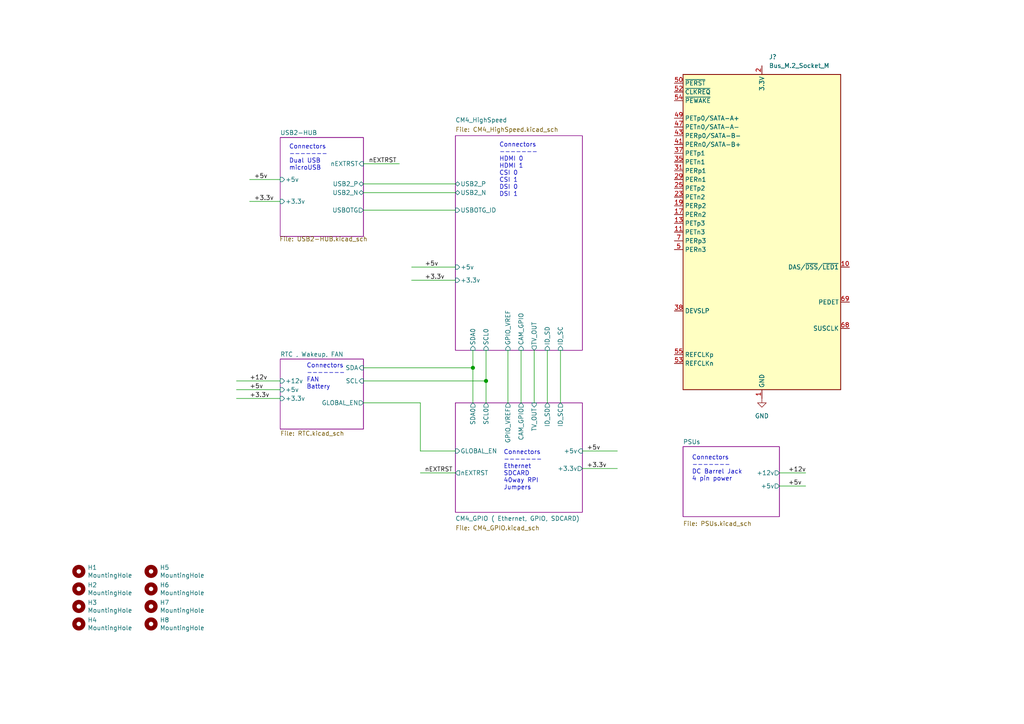
<source format=kicad_sch>
(kicad_sch (version 20211123) (generator eeschema)
  (paper "A4")
  (title_block (title "Compute Module 4 IO Board - Top Level") (rev "1") (company "© 2020-2022 Raspberry Pi Ltd (formerly Raspberry Pi (Trading) Ltd.)") (comment 1 "www.raspberrypi.com"))
  (lib_symbols
    (symbol "Connector:Bus_M.2_Socket_M"
      (property "Reference" "J" (at -22.86 46.99 0))
      (property "Value" "Bus_M.2_Socket_M" (at 16.51 46.99 0))
      (symbol "Bus_M.2_Socket_M_0_1"
        (rectangle (start -22.86 45.72) (end 22.86 -45.72) (stroke (width 0.254)) (fill (type background)))
      )
      (symbol "Bus_M.2_Socket_M_1_1"
        (pin power_in line (at 0 -48.26 90) (length 2.54) (name "GND") (number "1"))
        (pin bidirectional line (at 25.4 -10.16 180) (length 2.54) (name "DAS/~{DSS}/~{LED1}") (number "10"))
        (pin output line (at -25.4 0 0) (length 2.54) (name "PETn3") (number "11"))
        (pin passive line (at 0 48.26 270) (length 2.54) hide (name "3.3V") (number "12"))
        (pin output line (at -25.4 2.54 0) (length 2.54) (name "PETp3") (number "13"))
        (pin passive line (at 0 48.26 270) (length 2.54) hide (name "3.3V") (number "14"))
        (pin passive line (at 0 -48.26 90) (length 2.54) hide (name "GND") (number "15"))
        (pin passive line (at 0 48.26 270) (length 2.54) hide (name "3.3V") (number "16"))
        (pin input line (at -25.4 5.08 0) (length 2.54) (name "PERn2") (number "17"))
        (pin passive line (at 0 48.26 270) (length 2.54) hide (name "3.3V") (number "18"))
        (pin input line (at -25.4 7.62 0) (length 2.54) (name "PERp2") (number "19"))
        (pin power_in line (at 0 48.26 270) (length 2.54) (name "3.3V") (number "2"))
        (pin no_connect line (at 22.86 2.54 180) (length 2.54) hide (name "NC") (number "20"))
        (pin passive line (at 0 -48.26 90) (length 2.54) hide (name "GND") (number "21"))
        (pin no_connect line (at 22.86 5.08 180) (length 2.54) hide (name "NC") (number "22"))
        (pin output line (at -25.4 10.16 0) (length 2.54) (name "PETn2") (number "23"))
        (pin no_connect line (at 22.86 7.62 180) (length 2.54) hide (name "NC") (number "24"))
        (pin output line (at -25.4 12.7 0) (length 2.54) (name "PETp2") (number "25"))
        (pin no_connect line (at 22.86 10.16 180) (length 2.54) hide (name "NC") (number "26"))
        (pin passive line (at 0 -48.26 90) (length 2.54) hide (name "GND") (number "27"))
        (pin no_connect line (at 22.86 12.7 180) (length 2.54) hide (name "NC") (number "28"))
        (pin input line (at -25.4 15.24 0) (length 2.54) (name "PERn1") (number "29"))
        (pin passive line (at 0 -48.26 90) (length 2.54) hide (name "GND") (number "3"))
        (pin no_connect line (at 22.86 15.24 180) (length 2.54) hide (name "NC") (number "30"))
        (pin input line (at -25.4 17.78 0) (length 2.54) (name "PERp1") (number "31"))
        (pin no_connect line (at 22.86 17.78 180) (length 2.54) hide (name "NC") (number "32"))
        (pin passive line (at 0 -48.26 90) (length 2.54) hide (name "GND") (number "33"))
        (pin no_connect line (at 22.86 20.32 180) (length 2.54) hide (name "NC") (number "34"))
        (pin output line (at -25.4 20.32 0) (length 2.54) (name "PETn1") (number "35"))
        (pin no_connect line (at 22.86 22.86 180) (length 2.54) hide (name "NC") (number "36"))
        (pin output line (at -25.4 22.86 0) (length 2.54) (name "PETp1") (number "37"))
        (pin output line (at -25.4 -22.86 0) (length 2.54) (name "DEVSLP") (number "38"))
        (pin passive line (at 0 -48.26 90) (length 2.54) hide (name "GND") (number "39"))
        (pin passive line (at 0 48.26 270) (length 2.54) hide (name "3.3V") (number "4"))
        (pin no_connect line (at 22.86 25.4 180) (length 2.54) hide (name "NC") (number "40"))
        (pin input line (at -25.4 25.4 0) (length 2.54) (name "PERn0/SATA-B+") (number "41"))
        (pin no_connect line (at 22.86 27.94 180) (length 2.54) hide (name "NC") (number "42"))
        (pin input line (at -25.4 27.94 0) (length 2.54) (name "PERp0/SATA-B-") (number "43"))
        (pin no_connect line (at 22.86 30.48 180) (length 2.54) hide (name "NC") (number "44"))
        (pin passive line (at 0 -48.26 90) (length 2.54) hide (name "GND") (number "45"))
        (pin no_connect line (at 22.86 33.02 180) (length 2.54) hide (name "NC") (number "46"))
        (pin output line (at -25.4 30.48 0) (length 2.54) (name "PETn0/SATA-A-") (number "47"))
        (pin no_connect line (at 22.86 35.56 180) (length 2.54) hide (name "NC") (number "48"))
        (pin output line (at -25.4 33.02 0) (length 2.54) (name "PETp0/SATA-A+") (number "49"))
        (pin input line (at -25.4 -5.08 0) (length 2.54) (name "PERn3") (number "5"))
        (pin output line (at -25.4 43.18 0) (length 2.54) (name "~{PERST}") (number "50"))
        (pin passive line (at 0 -48.26 90) (length 2.54) hide (name "GND") (number "51"))
        (pin bidirectional line (at -25.4 40.64 0) (length 2.54) (name "~{CLKREQ}") (number "52"))
        (pin output line (at -25.4 -38.1 0) (length 2.54) (name "REFCLKn") (number "53"))
        (pin bidirectional line (at -25.4 38.1 0) (length 2.54) (name "~{PEWAKE}") (number "54"))
        (pin output line (at -25.4 -35.56 0) (length 2.54) (name "REFCLKp") (number "55"))
        (pin no_connect line (at 22.86 38.1 180) (length 2.54) hide (name "NC") (number "56"))
        (pin passive line (at 0 -48.26 90) (length 2.54) hide (name "GND") (number "57"))
        (pin no_connect line (at 22.86 40.64 180) (length 2.54) hide (name "NC") (number "58"))
        (pin no_connect line (at 22.86 -2.54 180) (length 2.54) hide (name "NC") (number "6"))
        (pin no_connect line (at 22.86 -5.08 180) (length 2.54) hide (name "NC") (number "67"))
        (pin output line (at 25.4 -27.94 180) (length 2.54) (name "SUSCLK") (number "68"))
        (pin passive line (at 25.4 -20.32 180) (length 2.54) (name "PEDET") (number "69"))
        (pin input line (at -25.4 -2.54 0) (length 2.54) (name "PERp3") (number "7"))
        (pin passive line (at 0 48.26 270) (length 2.54) hide (name "3.3V") (number "70"))
        (pin passive line (at 0 -48.26 90) (length 2.54) hide (name "GND") (number "71"))
        (pin passive line (at 0 48.26 270) (length 2.54) hide (name "3.3V") (number "72"))
        (pin passive line (at 0 -48.26 90) (length 2.54) hide (name "GND") (number "73"))
        (pin passive line (at 0 48.26 270) (length 2.54) hide (name "3.3V") (number "74"))
        (pin passive line (at 0 -48.26 90) (length 2.54) hide (name "GND") (number "75"))
        (pin no_connect line (at 22.86 0 180) (length 2.54) hide (name "NC") (number "8"))
        (pin passive line (at 0 -48.26 90) (length 2.54) hide (name "GND") (number "9"))
      )
    )
    (symbol "Mechanical:MountingHole"
      (property "Reference" "H" (at 0 5.08 0))
      (property "Value" "MountingHole" (at 0 3.175 0))
      (symbol "MountingHole_0_1"
        (circle (center 0 0) (radius 1.27) (stroke (width 1.27)))
      )
    )
    (symbol "power:GND" (power) (pin_names (offset 0))
      (property "Value" "GND" (at 0 -3.81 0))
      (symbol "GND_0_1"
        (polyline (pts (xy 0 0) (xy 0 -1.27) (xy 1.27 -1.27) (xy 0 -2.54) (xy -1.27 -1.27) (xy 0 -1.27)))
      )
      (symbol "GND_1_1"
        (pin power_in line (at 0 0 270) (length 0) hide (name "GND") (number "1"))
      )
    )
  )
  (junction (at 140.97 110.49) (diameter 1.016))
  (junction (at 137.16 106.68) (diameter 1.016))
  (wire (pts (xy 81.28 52.07) (xy 72.39 52.07)))
  (wire (pts (xy 105.41 47.498) (xy 115.824 47.498)))
  (wire (pts (xy 151.13 116.84) (xy 151.13 101.6)))
  (wire (pts (xy 137.16 101.6) (xy 137.16 106.68)))
  (wire (pts (xy 162.56 116.84) (xy 162.56 101.6)))
  (wire (pts (xy 147.32 101.6) (xy 147.32 116.84)))
  (wire (pts (xy 168.91 135.89) (xy 179.07 135.89)))
  (wire (pts (xy 105.41 55.88) (xy 132.08 55.88)))
  (wire (pts (xy 140.97 110.49) (xy 140.97 101.6)))
  (wire (pts (xy 105.41 110.49) (xy 140.97 110.49)))
  (wire (pts (xy 137.16 106.68) (xy 137.16 116.84)))
  (wire (pts (xy 119.38 77.47) (xy 132.08 77.47)))
  (wire (pts (xy 81.28 58.42) (xy 72.39 58.42)))
  (wire (pts (xy 226.06 137.16) (xy 233.68 137.16)))
  (wire (pts (xy 105.41 106.68) (xy 137.16 106.68)))
  (wire (pts (xy 68.58 113.03) (xy 81.28 113.03)))
  (wire (pts (xy 158.75 101.6) (xy 158.75 116.84)))
  (wire (pts (xy 105.41 116.84) (xy 121.92 116.84)))
  (wire (pts (xy 154.94 116.84) (xy 154.94 101.6)))
  (wire (pts (xy 105.41 60.96) (xy 132.08 60.96)))
  (wire (pts (xy 81.28 115.57) (xy 68.58 115.57)))
  (wire (pts (xy 132.08 81.28) (xy 119.38 81.28)))
  (wire (pts (xy 179.07 130.81) (xy 168.91 130.81)))
  (wire (pts (xy 105.41 53.34) (xy 132.08 53.34)))
  (wire (pts (xy 226.06 140.97) (xy 233.68 140.97)))
  (wire (pts (xy 68.58 110.49) (xy 81.28 110.49)))
  (wire (pts (xy 121.92 137.16) (xy 132.08 137.16)))
  (wire (pts (xy 121.92 130.81) (xy 121.92 116.84)))
  (wire (pts (xy 140.97 116.84) (xy 140.97 110.49)))
  (wire (pts (xy 132.08 130.81) (xy 121.92 130.81)))
  (text "Connectors\n-------\nFAN\nBattery" (at 88.9 113.03 0) (effects (font (size 1.27 1.27)) (justify left bottom)))
  (text "Connectors\n-------\nDC Barrel Jack\n4 pin power" (at 200.66 139.7 0) (effects (font (size 1.27 1.27)) (justify left bottom)))
  (text "Connectors\n-------\nDual USB\nmicroUSB" (at 83.82 49.53 0) (effects (font (size 1.27 1.27)) (justify left bottom)))
  (text "Connectors\n-------\nEthernet\nSDCARD\n40way RPI\nJumpers" (at 146.05 142.24 0) (effects (font (size 1.27 1.27)) (justify left bottom)))
  (text "Connectors\n-------\nHDMI 0\nHDMI 1\nCSI 0\nCSI 1\nDSI 0\nDSI 1" (at 144.78 57.15 0) (effects (font (size 1.27 1.27)) (justify left bottom)))
  (label "+5v" (at 228.6 140.97 0))
  (label "+12v" (at 72.39 110.49 0))
  (label "+5v" (at 170.18 130.81 0))
  (label "+5v" (at 123.19 77.47 0))
  (label "+5v" (at 72.39 113.03 0))
  (label "+3.3v" (at 73.66 58.42 0))
  (label "+12v" (at 228.6 137.16 0))
  (label "+3.3v" (at 72.39 115.57 0))
  (label "+3.3v" (at 170.18 135.89 0))
  (label "+5v" (at 73.66 52.07 0))
  (label "nEXTRST" (at 106.934 47.498 0))
  (label "+3.3v" (at 123.19 81.28 0))
  (label "nEXTRST" (at 123.19 137.16 0))
  (symbol (lib_id "Mechanical:MountingHole") (at 22.86 180.975 0) (unit 1)
    (property "Reference" "H4" (at 25.4 179.832 0) (effects (justify left)))
    (property "Value" "MountingHole" (at 25.4 182.118 0) (effects (justify left)))
    (property "Footprint" "MountingHole:MountingHole_2.7mm_M2.5" (effects hide))
    (property "Field4" "nf" (effects hide))
    (property "Field5" "nf" (effects hide))
    (property "Field6" "nf" (effects hide))
    (property "Field7" "nf" (effects hide))
    (property "Part Description" "M2.5 mounting hole" (effects hide))
  )
  (symbol (lib_id "Mechanical:MountingHole") (at 22.86 175.895 0) (unit 1)
    (property "Reference" "H3" (at 25.4 174.752 0) (effects (justify left)))
    (property "Value" "MountingHole" (at 25.4 177.038 0) (effects (justify left)))
    (property "Footprint" "MountingHole:MountingHole_2.7mm_M2.5" (effects hide))
    (property "Field4" "nf" (effects hide))
    (property "Field5" "nf" (effects hide))
    (property "Field6" "nf" (effects hide))
    (property "Field7" "nf" (effects hide))
    (property "Part Description" "M2.5 mounting hole" (effects hide))
  )
  (symbol (lib_id "Mechanical:MountingHole") (at 22.86 170.815 0) (unit 1)
    (property "Reference" "H2" (at 25.4 169.672 0) (effects (justify left)))
    (property "Value" "MountingHole" (at 25.4 171.958 0) (effects (justify left)))
    (property "Footprint" "MountingHole:MountingHole_2.7mm_M2.5" (effects hide))
    (property "Field4" "nf" (effects hide))
    (property "Field5" "nf" (effects hide))
    (property "Field6" "nf" (effects hide))
    (property "Field7" "nf" (effects hide))
    (property "Part Description" "M2.5 mounting hole" (effects hide))
  )
  (symbol (lib_id "Mechanical:MountingHole") (at 22.86 165.735 0) (unit 1)
    (property "Reference" "H1" (at 25.4 164.592 0) (effects (justify left)))
    (property "Value" "MountingHole" (at 25.4 166.878 0) (effects (justify left)))
    (property "Footprint" "MountingHole:MountingHole_2.7mm_M2.5" (effects hide))
    (property "Field4" "nf" (effects hide))
    (property "Field5" "nf" (effects hide))
    (property "Field6" "nf" (effects hide))
    (property "Field7" "nf" (effects hide))
    (property "Part Description" "M2.5 mounting hole" (effects hide))
  )
  (symbol (lib_id "Mechanical:MountingHole") (at 43.815 165.735 0) (unit 1)
    (property "Reference" "H5" (at 46.355 164.592 0) (effects (justify left)))
    (property "Value" "MountingHole" (at 46.355 166.878 0) (effects (justify left)))
    (property "Footprint" "MountingHole:MountingHole_2.7mm_M2.5" (effects hide))
    (property "Field4" "nf" (effects hide))
    (property "Field5" "nf" (effects hide))
    (property "Field6" "nf" (effects hide))
    (property "Field7" "nf" (effects hide))
    (property "Part Description" "M2.5 mounting hole" (effects hide))
  )
  (symbol (lib_id "Mechanical:MountingHole") (at 43.815 180.975 0) (unit 1)
    (property "Reference" "H8" (at 46.355 179.832 0) (effects (justify left)))
    (property "Value" "MountingHole" (at 46.355 182.118 0) (effects (justify left)))
    (property "Footprint" "MountingHole:MountingHole_2.7mm_M2.5" (effects hide))
    (property "Field4" "nf" (effects hide))
    (property "Field5" "nf" (effects hide))
    (property "Field6" "nf" (effects hide))
    (property "Field7" "nf" (effects hide))
    (property "Part Description" "M2.5 mounting hole" (effects hide))
  )
  (symbol (lib_id "Mechanical:MountingHole") (at 43.815 175.895 0) (unit 1)
    (property "Reference" "H7" (at 46.355 174.752 0) (effects (justify left)))
    (property "Value" "MountingHole" (at 46.355 177.038 0) (effects (justify left)))
    (property "Footprint" "MountingHole:MountingHole_2.7mm_M2.5" (effects hide))
    (property "Field4" "nf" (effects hide))
    (property "Field5" "nf" (effects hide))
    (property "Field6" "nf" (effects hide))
    (property "Field7" "nf" (effects hide))
    (property "Part Description" "M2.5 mounting hole" (effects hide))
  )
  (symbol (lib_id "Mechanical:MountingHole") (at 43.815 170.815 0) (unit 1)
    (property "Reference" "H6" (at 46.355 169.672 0) (effects (justify left)))
    (property "Value" "MountingHole" (at 46.355 171.958 0) (effects (justify left)))
    (property "Footprint" "MountingHole:MountingHole_2.7mm_M2.5" (effects hide))
    (property "Field4" "nf" (effects hide))
    (property "Field5" "nf" (effects hide))
    (property "Field6" "nf" (effects hide))
    (property "Field7" "nf" (effects hide))
    (property "Part Description" "M2.5 mounting hole" (effects hide))
  )
  (symbol (lib_id "Connector:Bus_M.2_Socket_M") (at 220.98 67.31 0) (unit 1)
    (property "Reference" "J?" (at 222.9994 16.51 0) (effects (justify left)))
    (property "Value" "Bus_M.2_Socket_M" (at 222.9994 19.05 0) (effects (justify left)))
    (property "Datasheet" "http://read.pudn.com/downloads794/doc/project/3133918/PCIe_M.2_Electromechanical_Spec_Rev1.0_Final_11012013_RS_Clean.pdf#page=155" (effects hide))
  )
  (symbol (lib_id "power:GND") (at 220.98 115.57 0) (unit 1)
    (property "Reference" "#PWR?" (effects hide))
    (property "Value" "GND" (at 220.98 120.65 0))
  )
  (sheet (at 132.08 116.84) (size 36.83 31.75) (stroke (width 0.1524) (color 132 0 132 1)) (fill (color 255 255 255 0.0000))
    (property "Sheet name" "CM4_GPIO ( Ethernet, GPIO, SDCARD)" (at 132.08 151.13 0) (effects (justify left bottom)))
    (property "Sheet file" "CM4_GPIO.kicad_sch" (at 132.08 152.4 0) (effects (justify left top)))
    (pin "ID_SC" output (at 162.56 116.84 90))
    (pin "ID_SD" output (at 158.75 116.84 90))
    (pin "CAM_GPIO" output (at 151.13 116.84 90))
    (pin "SCL0" output (at 140.97 116.84 90))
    (pin "SDA0" output (at 137.16 116.84 90))
    (pin "+5v" input (at 168.91 130.81 0))
    (pin "+3.3v" output (at 168.91 135.89 0))
    (pin "nEXTRST" output (at 132.08 137.16 180))
    (pin "GLOBAL_EN" input (at 132.08 130.81 180))
    (pin "GPIO_VREF" output (at 147.32 116.84 90))
    (pin "TV_OUT" input (at 154.94 116.84 90))
  )
  (sheet (at 132.08 39.37) (size 36.83 62.23) (stroke (width 0.1524) (color 132 0 132 1)) (fill (color 255 255 255 0.0000))
    (property "Sheet name" "CM4_HighSpeed" (at 132.08 35.56 0) (effects (justify left bottom)))
    (property "Sheet file" "CM4_HighSpeed.kicad_sch" (at 132.08 36.83 0) (effects (justify left top)))
    (pin "USB2_N" bidirectional (at 132.08 55.88 180))
    (pin "USB2_P" bidirectional (at 132.08 53.34 180))
    (pin "ID_SC" input (at 162.56 101.6 270))
    (pin "ID_SD" input (at 158.75 101.6 270))
    (pin "CAM_GPIO" input (at 151.13 101.6 270))
    (pin "SCL0" input (at 140.97 101.6 270))
    (pin "SDA0" input (at 137.16 101.6 270))
    (pin "+5v" input (at 132.08 77.47 180))
    (pin "+3.3v" input (at 132.08 81.28 180))
    (pin "USBOTG_ID" input (at 132.08 60.96 180))
    (pin "GPIO_VREF" input (at 147.32 101.6 270))
    (pin "TV_OUT" output (at 154.94 101.6 270))
  )
  (sheet (at 198.12 129.54) (size 27.94 20.32) (stroke (width 0.1524) (color 132 0 132 1)) (fill (color 255 255 255 0.0000))
    (property "Sheet name" "PSUs" (at 198.12 128.9045 0) (effects (justify left bottom)))
    (property "Sheet file" "PSUs.kicad_sch" (at 198.12 151.13 0) (effects (justify left top)))
    (pin "+5v" output (at 226.06 140.97 0))
    (pin "+12v" output (at 226.06 137.16 0))
  )
  (sheet (at 81.28 39.878) (size 24.13 28.702) (stroke (width 0.1524) (color 132 0 132 1)) (fill (color 255 255 255 0.0000))
    (property "Sheet name" "USB2-HUB" (at 81.28 39.2425 0) (effects (justify left bottom)))
    (property "Sheet file" "USB2-HUB.kicad_sch" (at 81.026 68.58 0) (effects (justify left top)))
    (pin "USB2_N" bidirectional (at 105.41 55.88 0))
    (pin "USB2_P" bidirectional (at 105.41 53.34 0))
    (pin "+5v" input (at 81.28 52.07 180))
    (pin "+3.3v" input (at 81.28 58.42 180))
    (pin "nEXTRST" input (at 105.41 47.498 0))
    (pin "USBOTG" output (at 105.41 60.96 0))
  )
  (sheet (at 81.28 104.14) (size 24.13 20.32) (stroke (width 0.1524) (color 132 0 132 1)) (fill (color 255 255 255 0.0000))
    (property "Sheet name" "RTC , Wakeup, FAN" (at 81.28 103.5045 0) (effects (justify left bottom)))
    (property "Sheet file" "RTC.kicad_sch" (at 81.28 124.9685 0) (effects (justify left top)))
    (pin "SCL" input (at 105.41 110.49 0))
    (pin "SDA" input (at 105.41 106.68 0))
    (pin "+5v" input (at 81.28 113.03 180))
    (pin "+3.3v" input (at 81.28 115.57 180))
    (pin "GLOBAL_EN" output (at 105.41 116.84 0))
    (pin "+12v" input (at 81.28 110.49 180))
  )
)
</source>
